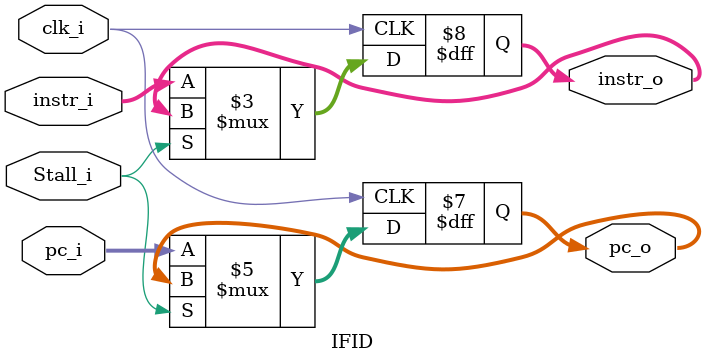
<source format=v>
module IFID
(
    clk_i,
    Stall_i,
    pc_i,
    instr_i,

    pc_o,
    instr_o
);

// Ports
input               clk_i;
input               Stall_i;
input   [31:0]      pc_i;
input   [31:0]      instr_i;

output  [31:0]      pc_o;
output  [31:0]      instr_o;

reg     [31:0]      pc_o;
reg     [31:0]      instr_o;

always@(posedge clk_i) begin
    if(!Stall_i) begin
        pc_o <= pc_i;
        instr_o <= instr_i;
    end
end

endmodule

</source>
